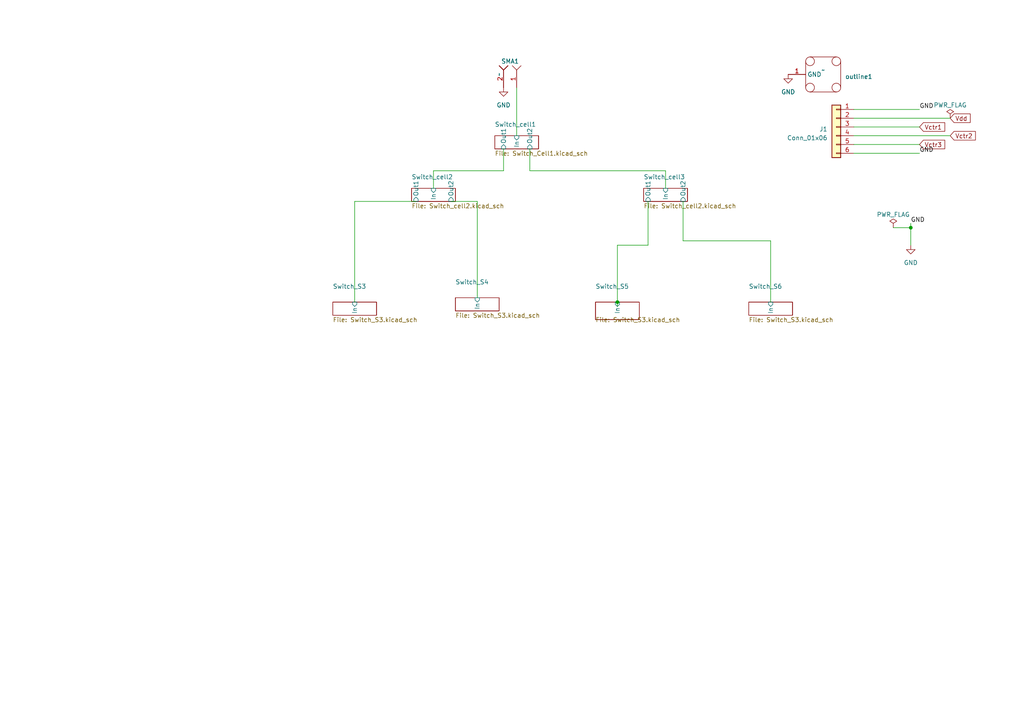
<source format=kicad_sch>
(kicad_sch (version 20230121) (generator eeschema)
  (paper "A4")
  (lib_symbols
    (symbol "Connector_Generic:Conn_01x06" (pin_names (offset 1.016) hide)
      (property "Reference" "J" (at 0 7.62 0))
      (property "Value" "Conn_01x06" (at 0 -10.16 0))
      (symbol "Conn_01x06_1_1"
        (rectangle (start -1.27 -7.493) (end 0 -7.747) (stroke (width 0.1524)))
        (rectangle (start -1.27 -4.953) (end 0 -5.207) (stroke (width 0.1524)))
        (rectangle (start -1.27 -2.413) (end 0 -2.667) (stroke (width 0.1524)))
        (rectangle (start -1.27 0.127) (end 0 -0.127) (stroke (width 0.1524)))
        (rectangle (start -1.27 2.667) (end 0 2.413) (stroke (width 0.1524)))
        (rectangle (start -1.27 5.207) (end 0 4.953) (stroke (width 0.1524)))
        (rectangle (start -1.27 6.35) (end 1.27 -8.89) (stroke (width 0.254)) (fill (type background)))
        (pin passive line (at -5.08 5.08 0) (length 3.81) (name "Pin_1") (number "1"))
        (pin passive line (at -5.08 2.54 0) (length 3.81) (name "Pin_2") (number "2"))
        (pin passive line (at -5.08 0 0) (length 3.81) (name "Pin_3") (number "3"))
        (pin passive line (at -5.08 -2.54 0) (length 3.81) (name "Pin_4") (number "4"))
        (pin passive line (at -5.08 -5.08 0) (length 3.81) (name "Pin_5") (number "5"))
        (pin passive line (at -5.08 -7.62 0) (length 3.81) (name "Pin_6") (number "6"))
      )
    )
    (symbol "Radar:SMA"
      (property "Reference" "SMA" (at 1.27 -1.27 0))
      (symbol "SMA_0_1"
        (polyline (pts (xy -1.27 1.27) (xy -2.54 0)))
        (polyline (pts (xy -1.27 1.27) (xy -2.54 0)))
        (polyline (pts (xy -1.27 1.27) (xy -2.54 0)))
        (polyline (pts (xy -1.27 1.27) (xy -2.54 0)))
        (polyline (pts (xy -1.27 1.27) (xy -2.54 2.54)))
        (polyline (pts (xy -1.27 1.27) (xy -2.54 2.54)))
        (polyline (pts (xy -1.27 1.27) (xy -2.54 2.54)))
        (polyline (pts (xy -1.27 1.27) (xy -2.54 2.54)))
        (polyline (pts (xy -1.27 5.08) (xy -2.54 3.81)))
        (polyline (pts (xy -1.27 5.08) (xy -2.54 6.35)))
      )
      (symbol "SMA_1_1"
        (pin passive line (at 3.81 5.08 180) (length 5.08) (name "") (number "1"))
        (pin passive line (at 3.81 1.27 180) (length 5.08) (name "") (number "2"))
      )
    )
    (symbol "Radar:outline"
      (property "Reference" "outline" (at 0 6.35 0))
      (symbol "outline_0_1"
        (circle (center -3.81 -3.81) (radius 1.27))
        (circle (center -3.81 3.81) (radius 1.27))
        (polyline (pts (xy -5.08 3.81) (xy -5.08 -3.81)))
        (polyline (pts (xy -3.81 -5.08) (xy 3.81 -5.08)))
        (polyline (pts (xy 3.81 5.08) (xy -3.81 5.08)))
        (polyline (pts (xy 5.08 3.81) (xy 5.08 -3.81)))
        (circle (center 3.81 -3.81) (radius 1.27))
        (circle (center 3.81 3.81) (radius 1.27))
      )
      (symbol "outline_1_1"
        (pin free line (at -10.16 0 0) (length 5.08) (name "GND") (number "1"))
      )
    )
    (symbol "power:GND" (power) (pin_names (offset 0))
      (property "Value" "GND" (at 0 -3.81 0))
      (symbol "GND_0_1"
        (polyline (pts (xy 0 0) (xy 0 -1.27) (xy 1.27 -1.27) (xy 0 -2.54) (xy -1.27 -1.27) (xy 0 -1.27)))
      )
      (symbol "GND_1_1"
        (pin power_in line (at 0 0 270) (length 0) hide (name "GND") (number "1"))
      )
    )
    (symbol "power:PWR_FLAG" (power) (pin_numbers hide) (pin_names (offset 0) hide)
      (property "Value" "PWR_FLAG" (at 0 3.81 0))
      (symbol "PWR_FLAG_0_0"
        (pin power_out line (at 0 0 90) (length 0) (name "pwr") (number "1"))
      )
      (symbol "PWR_FLAG_0_1"
        (polyline (pts (xy 0 0) (xy 0 1.27) (xy -1.016 1.905) (xy 0 2.54) (xy 1.016 1.905) (xy 0 1.27)))
      )
    )
  )
  (junction (at 179.07 87.63))
  (junction (at 264.16 66.04))
  (wire (pts (xy 247.65 36.83) (xy 266.7 36.83)))
  (wire (pts (xy 179.07 71.12) (xy 179.07 87.63)))
  (wire (pts (xy 264.16 64.77) (xy 264.16 66.04)))
  (wire (pts (xy 146.05 49.53) (xy 125.73 49.53)))
  (wire (pts (xy 179.07 87.63) (xy 179.07 88.9)))
  (wire (pts (xy 153.67 43.18) (xy 153.67 49.53)))
  (wire (pts (xy 264.16 66.04) (xy 264.16 71.12)))
  (wire (pts (xy 247.65 41.91) (xy 266.7 41.91)))
  (wire (pts (xy 125.73 49.53) (xy 125.73 54.61)))
  (wire (pts (xy 138.43 58.42) (xy 138.43 86.36)))
  (wire (pts (xy 198.12 69.85) (xy 223.52 69.85)))
  (wire (pts (xy 130.81 58.42) (xy 138.43 58.42)))
  (wire (pts (xy 120.65 58.42) (xy 102.87 58.42)))
  (wire (pts (xy 247.65 31.75) (xy 266.7 31.75)))
  (wire (pts (xy 247.65 34.29) (xy 275.59 34.29)))
  (wire (pts (xy 193.04 49.53) (xy 193.04 54.61)))
  (wire (pts (xy 223.52 69.85) (xy 223.52 87.63)))
  (wire (pts (xy 149.86 25.4) (xy 149.86 39.37)))
  (wire (pts (xy 102.87 58.42) (xy 102.87 87.63)))
  (wire (pts (xy 187.96 58.42) (xy 187.96 71.12)))
  (wire (pts (xy 146.05 43.18) (xy 146.05 49.53)))
  (wire (pts (xy 259.08 66.04) (xy 264.16 66.04)))
  (wire (pts (xy 187.96 71.12) (xy 179.07 71.12)))
  (wire (pts (xy 247.65 44.45) (xy 266.7 44.45)))
  (wire (pts (xy 153.67 49.53) (xy 193.04 49.53)))
  (wire (pts (xy 247.65 39.37) (xy 275.59 39.37)))
  (wire (pts (xy 198.12 69.85) (xy 198.12 58.42)))
  (label "GND" (at 264.16 64.77 0))
  (label "GND" (at 266.7 31.75 0))
  (label "GND" (at 266.7 44.45 0))
  (global_label "Vctr3" (shape input) (at 266.7 41.91 0) (property "Intersheetrefs" "${INTERSHEET_REFS}" (effects hide)))
  (global_label "Vctr2" (shape input) (at 275.59 39.37 0) (property "Intersheetrefs" "${INTERSHEET_REFS}" (effects hide)))
  (global_label "Vdd" (shape input) (at 275.59 34.29 0) (property "Intersheetrefs" "${INTERSHEET_REFS}" (effects hide)))
  (global_label "Vctr1" (shape input) (at 266.7 36.83 0) (property "Intersheetrefs" "${INTERSHEET_REFS}" (effects hide)))
  (symbol (lib_id "Radar:SMA") (at 144.78 21.59 270) (unit 1)
    (property "Reference" "SMA1" (at 147.955 17.78 90))
    (property "Value" "~" (at 144.78 21.59 0))
    (property "Footprint" "MUSIC_Lab:SMA_KHD" (effects hide))
  )
  (symbol (lib_id "power:GND") (at 264.16 71.12 0) (unit 1)
    (property "Reference" "#PWR059" (effects hide))
    (property "Value" "GND" (at 264.16 76.2 0))
  )
  (symbol (lib_id "power:GND") (at 228.6 21.59 0) (unit 1)
    (property "Reference" "#PWR060" (effects hide))
    (property "Value" "GND" (at 228.6 26.67 0))
  )
  (symbol (lib_id "power:PWR_FLAG") (at 259.08 66.04 0) (unit 1)
    (property "Reference" "#FLG01" (effects hide))
    (property "Value" "PWR_FLAG" (at 259.08 62.23 0))
  )
  (symbol (lib_id "Connector_Generic:Conn_01x06") (at 242.57 36.83 0) (mirror y) (unit 1)
    (property "Reference" "J1" (at 240.03 37.465 0) (effects (justify left)))
    (property "Value" "Conn_01x06" (at 240.03 40.005 0) (effects (justify left)))
    (property "Footprint" "Connector_PinHeader_2.54mm:PinHeader_1x06_P2.54mm_Vertical" (effects hide))
  )
  (symbol (lib_id "power:GND") (at 146.05 25.4 0) (unit 1)
    (property "Reference" "#PWR02" (effects hide))
    (property "Value" "GND" (at 146.05 30.48 0))
  )
  (symbol (lib_id "power:PWR_FLAG") (at 275.59 34.29 0) (unit 1)
    (property "Reference" "#FLG02" (effects hide))
    (property "Value" "PWR_FLAG" (at 275.59 30.48 0))
  )
  (symbol (lib_id "Radar:outline") (at 238.76 21.59 0) (unit 1)
    (property "Reference" "outline1" (at 245.11 22.225 0) (effects (justify left)))
    (property "Value" "~" (at 238.76 20.32 0))
    (property "Footprint" "MUSIC_Lab:Outline_11x4" (effects hide))
  )
  (sheet (at 172.72 87.63) (size 12.7 5.08) (stroke (width 0.1524))
    (property "Sheetname" "Switch_S5" (at 172.72 83.82 0) (effects (justify left bottom)))
    (property "Sheetfile" "Switch_S3.kicad_sch" (at 172.72 92.0246 0) (effects (justify left top)))
    (pin "In" input (at 179.07 87.63 90))
  )
  (sheet (at 119.38 54.61) (size 12.7 3.81) (stroke (width 0.1524))
    (property "Sheetname" "Switch_cell2" (at 119.38 52.07 0) (effects (justify left bottom)))
    (property "Sheetfile" "Switch_cell2.kicad_sch" (at 119.38 59.0046 0) (effects (justify left top)))
    (pin "In" input (at 125.73 54.61 90))
    (pin "Out1" input (at 120.65 58.42 270))
    (pin "Out2" input (at 130.81 58.42 270))
  )
  (sheet (at 217.17 87.63) (size 12.7 3.81) (stroke (width 0.1524))
    (property "Sheetname" "Switch_S6" (at 217.17 83.82 0) (effects (justify left bottom)))
    (property "Sheetfile" "Switch_S3.kicad_sch" (at 217.17 92.0246 0) (effects (justify left top)))
    (pin "In" input (at 223.52 87.63 90))
  )
  (sheet (at 96.52 87.63) (size 12.7 3.81) (stroke (width 0.1524))
    (property "Sheetname" "Switch_S3" (at 96.52 83.82 0) (effects (justify left bottom)))
    (property "Sheetfile" "Switch_S3.kicad_sch" (at 96.52 92.0246 0) (effects (justify left top)))
    (pin "In" input (at 102.87 87.63 90))
  )
  (sheet (at 186.69 54.61) (size 12.7 3.81) (stroke (width 0.1524))
    (property "Sheetname" "Switch_cell3" (at 186.69 52.07 0) (effects (justify left bottom)))
    (property "Sheetfile" "Switch_cell2.kicad_sch" (at 186.69 59.0046 0) (effects (justify left top)))
    (pin "In" input (at 193.04 54.61 90))
    (pin "Out1" input (at 187.96 58.42 270))
    (pin "Out2" input (at 198.12 58.42 270))
  )
  (sheet (at 143.51 39.37) (size 12.7 3.81) (stroke (width 0.1524))
    (property "Sheetname" "Switch_cell1" (at 143.51 36.83 0) (effects (justify left bottom)))
    (property "Sheetfile" "Switch_Cell1.kicad_sch" (at 143.51 43.7646 0) (effects (justify left top)))
    (pin "In" input (at 149.86 39.37 90))
    (pin "Out1" input (at 146.05 43.18 270))
    (pin "Out2" input (at 153.67 43.18 270))
  )
  (sheet (at 132.08 86.36) (size 12.7 3.81) (stroke (width 0.1524))
    (property "Sheetname" "Switch_S4" (at 132.08 82.55 0) (effects (justify left bottom)))
    (property "Sheetfile" "Switch_S3.kicad_sch" (at 132.08 90.7546 0) (effects (justify left top)))
    (pin "In" input (at 138.43 86.36 90))
  )
)
</source>
